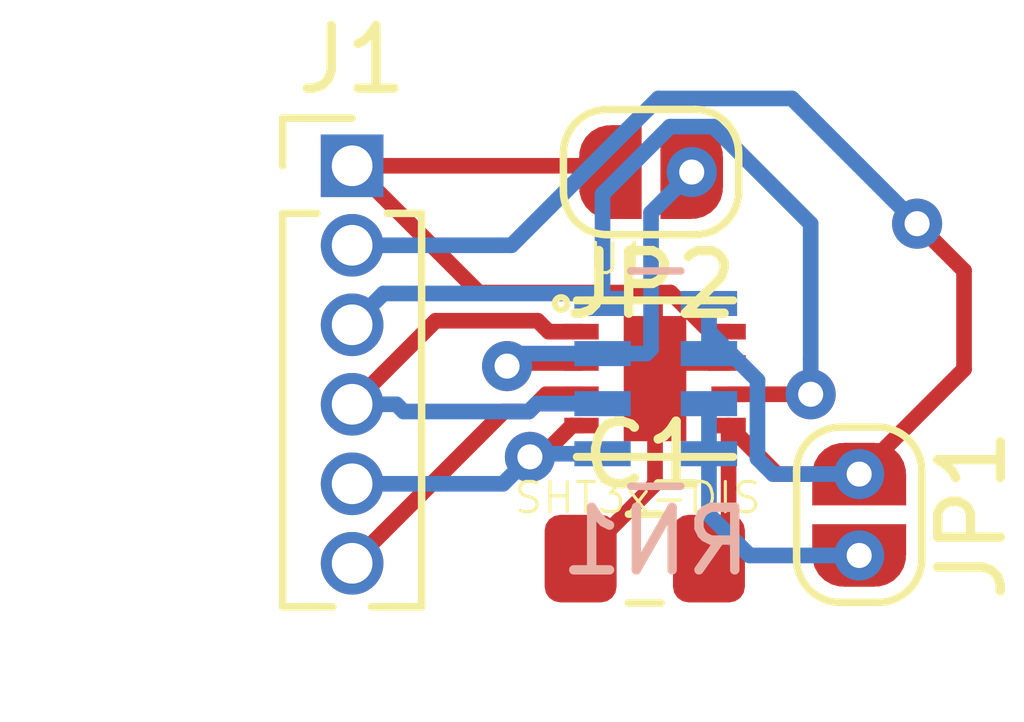
<source format=kicad_pcb>
(kicad_pcb (version 20171130) (host pcbnew 5.1.2-f72e74a~84~ubuntu18.04.1)

  (general
    (thickness 1.6)
    (drawings 0)
    (tracks 87)
    (zones 0)
    (modules 6)
    (nets 9)
  )

  (page User 215.9 139.7)
  (layers
    (0 F.Cu signal)
    (31 B.Cu signal)
    (32 B.Adhes user)
    (33 F.Adhes user)
    (34 B.Paste user)
    (35 F.Paste user)
    (36 B.SilkS user)
    (37 F.SilkS user)
    (38 B.Mask user)
    (39 F.Mask user)
    (40 Dwgs.User user)
    (41 Cmts.User user)
    (42 Eco1.User user)
    (43 Eco2.User user)
    (44 Edge.Cuts user)
    (45 Margin user)
    (46 B.CrtYd user)
    (47 F.CrtYd user)
    (48 B.Fab user)
    (49 F.Fab user)
  )

  (setup
    (last_trace_width 0.25)
    (trace_clearance 0.2)
    (zone_clearance 0.508)
    (zone_45_only no)
    (trace_min 0.2)
    (via_size 0.8)
    (via_drill 0.4)
    (via_min_size 0.4)
    (via_min_drill 0.3)
    (uvia_size 0.3)
    (uvia_drill 0.1)
    (uvias_allowed no)
    (uvia_min_size 0.2)
    (uvia_min_drill 0.1)
    (edge_width 0.05)
    (segment_width 0.2)
    (pcb_text_width 0.3)
    (pcb_text_size 1.5 1.5)
    (mod_edge_width 0.12)
    (mod_text_size 1 1)
    (mod_text_width 0.15)
    (pad_size 1.524 1.524)
    (pad_drill 0.762)
    (pad_to_mask_clearance 0.051)
    (solder_mask_min_width 0.25)
    (aux_axis_origin 0 0)
    (visible_elements FFFFFF7F)
    (pcbplotparams
      (layerselection 0x010fc_ffffffff)
      (usegerberextensions false)
      (usegerberattributes false)
      (usegerberadvancedattributes false)
      (creategerberjobfile false)
      (excludeedgelayer true)
      (linewidth 0.100000)
      (plotframeref false)
      (viasonmask false)
      (mode 1)
      (useauxorigin false)
      (hpglpennumber 1)
      (hpglpenspeed 20)
      (hpglpendiameter 15.000000)
      (psnegative false)
      (psa4output false)
      (plotreference true)
      (plotvalue true)
      (plotinvisibletext false)
      (padsonsilk false)
      (subtractmaskfromsilk false)
      (outputformat 1)
      (mirror false)
      (drillshape 1)
      (scaleselection 1)
      (outputdirectory ""))
  )

  (net 0 "")
  (net 1 +3V3)
  (net 2 GND)
  (net 3 /ALERT)
  (net 4 /NRST)
  (net 5 /SDA)
  (net 6 /SCL)
  (net 7 "Net-(JP1-Pad2)")
  (net 8 /ADDR)

  (net_class Default "This is the default net class."
    (clearance 0.2)
    (trace_width 0.25)
    (via_dia 0.8)
    (via_drill 0.4)
    (uvia_dia 0.3)
    (uvia_drill 0.1)
    (add_net +3V3)
    (add_net /ADDR)
    (add_net /ALERT)
    (add_net /NRST)
    (add_net /SCL)
    (add_net /SDA)
    (add_net GND)
    (add_net "Net-(JP1-Pad2)")
  )

  (net_class 300mA ""
    (clearance 0.2)
    (trace_width 0.3)
    (via_dia 0.8)
    (via_drill 0.4)
    (uvia_dia 0.3)
    (uvia_drill 0.1)
  )

  (net_class GND ""
    (clearance 0.2)
    (trace_width 0.3)
    (via_dia 0.8)
    (via_drill 0.4)
    (uvia_dia 0.3)
    (uvia_drill 0.1)
  )

  (module footprint-lib:SHT3x-DIS (layer F.Cu) (tedit 5CFA0B18) (tstamp 5CFA66E2)
    (at 29.3385 26)
    (path /5CFA0226)
    (attr smd)
    (fp_text reference U1 (at -0.583644 -1.91413) (layer F.SilkS)
      (effects (font (size 0.482349 0.482349) (thickness 0.05)))
    )
    (fp_text value SHT3x-DIS (at -0.27733 1.90426) (layer F.SilkS)
      (effects (font (size 0.482296 0.482296) (thickness 0.05)))
    )
    (fp_circle (center 0 0) (end 0.75 0) (layer Eco2.User) (width 0.127))
    (fp_line (start 1.75 -1.5) (end -1.75 -1.5) (layer Eco1.User) (width 0.127))
    (fp_line (start 1.75 1.5) (end 1.75 -1.5) (layer Eco1.User) (width 0.127))
    (fp_line (start -1.75 1.5) (end 1.75 1.5) (layer Eco1.User) (width 0.127))
    (fp_line (start -1.75 -1.5) (end -1.75 1.5) (layer Eco1.User) (width 0.127))
    (fp_circle (center -1.5 -1.2) (end -1.4 -1.2) (layer F.SilkS) (width 0.1))
    (fp_poly (pts (xy -0.451607 -0.8) (xy 0.45 -0.8) (xy 0.45 0.802858) (xy -0.451607 0.802858)) (layer F.Paste) (width 0))
    (fp_line (start -1.25 -1.25) (end -1.25 1.25) (layer Eco2.User) (width 0.127))
    (fp_line (start 1.25 -1.25) (end -1.25 -1.25) (layer F.SilkS) (width 0.127))
    (fp_line (start 1.25 1.25) (end 1.25 -1.25) (layer Eco2.User) (width 0.127))
    (fp_line (start -1.25 1.25) (end 1.25 1.25) (layer F.SilkS) (width 0.127))
    (pad PAD smd rect (at 0 0) (size 1 2) (layers F.Cu F.Paste F.Mask)
      (net 2 GND))
    (pad 5 smd rect (at 1.175 0.75) (size 0.55 0.25) (layers F.Cu F.Paste F.Mask)
      (net 1 +3V3))
    (pad 6 smd rect (at 1.175 0.25) (size 0.55 0.25) (layers F.Cu F.Paste F.Mask)
      (net 4 /NRST))
    (pad 7 smd rect (at 1.175 -0.25) (size 0.55 0.25) (layers F.Cu F.Paste F.Mask)
      (net 2 GND))
    (pad 8 smd rect (at 1.175 -0.75) (size 0.55 0.25) (layers F.Cu F.Paste F.Mask)
      (net 2 GND))
    (pad 4 smd rect (at -1.175 0.75) (size 0.55 0.25) (layers F.Cu F.Paste F.Mask)
      (net 6 /SCL))
    (pad 3 smd rect (at -1.175 0.25) (size 0.55 0.25) (layers F.Cu F.Paste F.Mask)
      (net 3 /ALERT))
    (pad 2 smd rect (at -1.175 -0.25) (size 0.55 0.25) (layers F.Cu F.Paste F.Mask)
      (net 8 /ADDR))
    (pad 1 smd rect (at -1.175 -0.75) (size 0.55 0.25) (layers F.Cu F.Paste F.Mask)
      (net 5 /SDA))
    (model /home/logic/_workspace/kicad/kicad_library/kicad-packages3d/Sensirion_Humidity_SHT3x_STEP-file.step
      (at (xyz 0 0 0))
      (scale (xyz 1 1 1))
      (rotate (xyz 0 0 0))
    )
  )

  (module Resistor_SMD:R_Array_Concave_4x0603 (layer B.Cu) (tedit 58E0A85E) (tstamp 5CFA66CA)
    (at 29.35 26)
    (descr "Thick Film Chip Resistor Array, Wave soldering, Vishay CRA06P (see cra06p.pdf)")
    (tags "resistor array")
    (path /5CFA1908)
    (attr smd)
    (fp_text reference RN1 (at 0 2.6) (layer B.SilkS)
      (effects (font (size 1 1) (thickness 0.15)) (justify mirror))
    )
    (fp_text value RN_472,0603 (at 0 -2.6) (layer B.Fab)
      (effects (font (size 1 1) (thickness 0.15)) (justify mirror))
    )
    (fp_line (start 1.55 -1.87) (end -1.55 -1.87) (layer B.CrtYd) (width 0.05))
    (fp_line (start 1.55 -1.87) (end 1.55 1.88) (layer B.CrtYd) (width 0.05))
    (fp_line (start -1.55 1.88) (end -1.55 -1.87) (layer B.CrtYd) (width 0.05))
    (fp_line (start -1.55 1.88) (end 1.55 1.88) (layer B.CrtYd) (width 0.05))
    (fp_line (start 0.4 1.72) (end -0.4 1.72) (layer B.SilkS) (width 0.12))
    (fp_line (start 0.4 -1.72) (end -0.4 -1.72) (layer B.SilkS) (width 0.12))
    (fp_line (start -0.8 -1.6) (end -0.8 1.6) (layer B.Fab) (width 0.1))
    (fp_line (start 0.8 -1.6) (end -0.8 -1.6) (layer B.Fab) (width 0.1))
    (fp_line (start 0.8 1.6) (end 0.8 -1.6) (layer B.Fab) (width 0.1))
    (fp_line (start -0.8 1.6) (end 0.8 1.6) (layer B.Fab) (width 0.1))
    (fp_text user %R (at 0 0 270) (layer B.Fab)
      (effects (font (size 0.5 0.5) (thickness 0.075)) (justify mirror))
    )
    (pad 5 smd rect (at 0.85 -1.2) (size 0.9 0.4) (layers B.Cu B.Paste B.Mask)
      (net 1 +3V3))
    (pad 6 smd rect (at 0.85 -0.4) (size 0.9 0.4) (layers B.Cu B.Paste B.Mask)
      (net 1 +3V3))
    (pad 7 smd rect (at 0.85 0.4) (size 0.9 0.4) (layers B.Cu B.Paste B.Mask)
      (net 7 "Net-(JP1-Pad2)"))
    (pad 8 smd rect (at 0.85 1.2) (size 0.9 0.4) (layers B.Cu B.Paste B.Mask)
      (net 7 "Net-(JP1-Pad2)"))
    (pad 4 smd rect (at -0.85 -1.2) (size 0.9 0.4) (layers B.Cu B.Paste B.Mask)
      (net 4 /NRST))
    (pad 1 smd rect (at -0.85 1.2) (size 0.9 0.4) (layers B.Cu B.Paste B.Mask)
      (net 6 /SCL))
    (pad 3 smd rect (at -0.85 -0.4) (size 0.9 0.4) (layers B.Cu B.Paste B.Mask)
      (net 8 /ADDR))
    (pad 2 smd rect (at -0.85 0.4) (size 0.9 0.4) (layers B.Cu B.Paste B.Mask)
      (net 5 /SDA))
    (model ${KISYS3DMOD}/Resistor_SMD.3dshapes/R_Array_Concave_4x0603.wrl
      (at (xyz 0 0 0))
      (scale (xyz 1 1 1))
      (rotate (xyz 0 0 0))
    )
  )

  (module Jumper:SolderJumper-2_P1.3mm_Open_RoundedPad1.0x1.5mm (layer F.Cu) (tedit 5B391E66) (tstamp 5CFA66B3)
    (at 29.275 22.7 180)
    (descr "SMD Solder Jumper, 1x1.5mm, rounded Pads, 0.3mm gap, open")
    (tags "solder jumper open")
    (path /5CFABF79)
    (attr virtual)
    (fp_text reference JP2 (at 0 -1.8) (layer F.SilkS)
      (effects (font (size 1 1) (thickness 0.15)))
    )
    (fp_text value J_ADDR (at 0 1.9) (layer F.Fab)
      (effects (font (size 1 1) (thickness 0.15)))
    )
    (fp_line (start 1.65 1.25) (end -1.65 1.25) (layer F.CrtYd) (width 0.05))
    (fp_line (start 1.65 1.25) (end 1.65 -1.25) (layer F.CrtYd) (width 0.05))
    (fp_line (start -1.65 -1.25) (end -1.65 1.25) (layer F.CrtYd) (width 0.05))
    (fp_line (start -1.65 -1.25) (end 1.65 -1.25) (layer F.CrtYd) (width 0.05))
    (fp_line (start -0.7 -1) (end 0.7 -1) (layer F.SilkS) (width 0.12))
    (fp_line (start 1.4 -0.3) (end 1.4 0.3) (layer F.SilkS) (width 0.12))
    (fp_line (start 0.7 1) (end -0.7 1) (layer F.SilkS) (width 0.12))
    (fp_line (start -1.4 0.3) (end -1.4 -0.3) (layer F.SilkS) (width 0.12))
    (fp_arc (start -0.7 -0.3) (end -0.7 -1) (angle -90) (layer F.SilkS) (width 0.12))
    (fp_arc (start -0.7 0.3) (end -1.4 0.3) (angle -90) (layer F.SilkS) (width 0.12))
    (fp_arc (start 0.7 0.3) (end 0.7 1) (angle -90) (layer F.SilkS) (width 0.12))
    (fp_arc (start 0.7 -0.3) (end 1.4 -0.3) (angle -90) (layer F.SilkS) (width 0.12))
    (pad 2 smd custom (at 0.65 0 180) (size 1 0.5) (layers F.Cu F.Mask)
      (net 2 GND) (zone_connect 2)
      (options (clearance outline) (anchor rect))
      (primitives
        (gr_circle (center 0 0.25) (end 0.5 0.25) (width 0))
        (gr_circle (center 0 -0.25) (end 0.5 -0.25) (width 0))
        (gr_poly (pts
           (xy 0 -0.75) (xy -0.5 -0.75) (xy -0.5 0.75) (xy 0 0.75)) (width 0))
      ))
    (pad 1 smd custom (at -0.65 0 180) (size 1 0.5) (layers F.Cu F.Mask)
      (net 8 /ADDR) (zone_connect 2)
      (options (clearance outline) (anchor rect))
      (primitives
        (gr_circle (center 0 0.25) (end 0.5 0.25) (width 0))
        (gr_circle (center 0 -0.25) (end 0.5 -0.25) (width 0))
        (gr_poly (pts
           (xy 0 -0.75) (xy 0.5 -0.75) (xy 0.5 0.75) (xy 0 0.75)) (width 0))
      ))
  )

  (module Jumper:SolderJumper-2_P1.3mm_Open_RoundedPad1.0x1.5mm (layer F.Cu) (tedit 5B391E66) (tstamp 5D0CF35C)
    (at 32.6 28.175 270)
    (descr "SMD Solder Jumper, 1x1.5mm, rounded Pads, 0.3mm gap, open")
    (tags "solder jumper open")
    (path /5CFA372A)
    (attr virtual)
    (fp_text reference JP1 (at 0 -1.8 90) (layer F.SilkS)
      (effects (font (size 1 1) (thickness 0.15)))
    )
    (fp_text value SCL_SDA (at 0 1.9 90) (layer F.Fab)
      (effects (font (size 1 1) (thickness 0.15)))
    )
    (fp_line (start 1.65 1.25) (end -1.65 1.25) (layer F.CrtYd) (width 0.05))
    (fp_line (start 1.65 1.25) (end 1.65 -1.25) (layer F.CrtYd) (width 0.05))
    (fp_line (start -1.65 -1.25) (end -1.65 1.25) (layer F.CrtYd) (width 0.05))
    (fp_line (start -1.65 -1.25) (end 1.65 -1.25) (layer F.CrtYd) (width 0.05))
    (fp_line (start -0.7 -1) (end 0.7 -1) (layer F.SilkS) (width 0.12))
    (fp_line (start 1.4 -0.3) (end 1.4 0.3) (layer F.SilkS) (width 0.12))
    (fp_line (start 0.7 1) (end -0.7 1) (layer F.SilkS) (width 0.12))
    (fp_line (start -1.4 0.3) (end -1.4 -0.3) (layer F.SilkS) (width 0.12))
    (fp_arc (start -0.7 -0.3) (end -0.7 -1) (angle -90) (layer F.SilkS) (width 0.12))
    (fp_arc (start -0.7 0.3) (end -1.4 0.3) (angle -90) (layer F.SilkS) (width 0.12))
    (fp_arc (start 0.7 0.3) (end 0.7 1) (angle -90) (layer F.SilkS) (width 0.12))
    (fp_arc (start 0.7 -0.3) (end 1.4 -0.3) (angle -90) (layer F.SilkS) (width 0.12))
    (pad 2 smd custom (at 0.65 0 270) (size 1 0.5) (layers F.Cu F.Mask)
      (net 7 "Net-(JP1-Pad2)") (zone_connect 2)
      (options (clearance outline) (anchor rect))
      (primitives
        (gr_circle (center 0 0.25) (end 0.5 0.25) (width 0))
        (gr_circle (center 0 -0.25) (end 0.5 -0.25) (width 0))
        (gr_poly (pts
           (xy 0 -0.75) (xy -0.5 -0.75) (xy -0.5 0.75) (xy 0 0.75)) (width 0))
      ))
    (pad 1 smd custom (at -0.65 0 270) (size 1 0.5) (layers F.Cu F.Mask)
      (net 1 +3V3) (zone_connect 2)
      (options (clearance outline) (anchor rect))
      (primitives
        (gr_circle (center 0 0.25) (end 0.5 0.25) (width 0))
        (gr_circle (center 0 -0.25) (end 0.5 -0.25) (width 0))
        (gr_poly (pts
           (xy 0 -0.75) (xy 0.5 -0.75) (xy 0.5 0.75) (xy 0 0.75)) (width 0))
      ))
  )

  (module Connector_PinHeader_1.27mm:PinHeader_1x06_P1.27mm_Vertical (layer F.Cu) (tedit 59FED6E3) (tstamp 5CFA668F)
    (at 24.5 22.6)
    (descr "Through hole straight pin header, 1x06, 1.27mm pitch, single row")
    (tags "Through hole pin header THT 1x06 1.27mm single row")
    (path /5CFBB0DE)
    (fp_text reference J1 (at 0 -1.695) (layer F.SilkS)
      (effects (font (size 1 1) (thickness 0.15)))
    )
    (fp_text value SHT3x_HEADER (at 0 8.045) (layer F.Fab)
      (effects (font (size 1 1) (thickness 0.15)))
    )
    (fp_text user %R (at 0 3.175 90) (layer F.Fab)
      (effects (font (size 1 1) (thickness 0.15)))
    )
    (fp_line (start 1.55 -1.15) (end -1.55 -1.15) (layer F.CrtYd) (width 0.05))
    (fp_line (start 1.55 7.5) (end 1.55 -1.15) (layer F.CrtYd) (width 0.05))
    (fp_line (start -1.55 7.5) (end 1.55 7.5) (layer F.CrtYd) (width 0.05))
    (fp_line (start -1.55 -1.15) (end -1.55 7.5) (layer F.CrtYd) (width 0.05))
    (fp_line (start -1.11 -0.76) (end 0 -0.76) (layer F.SilkS) (width 0.12))
    (fp_line (start -1.11 0) (end -1.11 -0.76) (layer F.SilkS) (width 0.12))
    (fp_line (start 0.563471 0.76) (end 1.11 0.76) (layer F.SilkS) (width 0.12))
    (fp_line (start -1.11 0.76) (end -0.563471 0.76) (layer F.SilkS) (width 0.12))
    (fp_line (start 1.11 0.76) (end 1.11 7.045) (layer F.SilkS) (width 0.12))
    (fp_line (start -1.11 0.76) (end -1.11 7.045) (layer F.SilkS) (width 0.12))
    (fp_line (start 0.30753 7.045) (end 1.11 7.045) (layer F.SilkS) (width 0.12))
    (fp_line (start -1.11 7.045) (end -0.30753 7.045) (layer F.SilkS) (width 0.12))
    (fp_line (start -1.05 -0.11) (end -0.525 -0.635) (layer F.Fab) (width 0.1))
    (fp_line (start -1.05 6.985) (end -1.05 -0.11) (layer F.Fab) (width 0.1))
    (fp_line (start 1.05 6.985) (end -1.05 6.985) (layer F.Fab) (width 0.1))
    (fp_line (start 1.05 -0.635) (end 1.05 6.985) (layer F.Fab) (width 0.1))
    (fp_line (start -0.525 -0.635) (end 1.05 -0.635) (layer F.Fab) (width 0.1))
    (pad 6 thru_hole oval (at 0 6.35) (size 1 1) (drill 0.65) (layers *.Cu *.Mask)
      (net 3 /ALERT))
    (pad 5 thru_hole oval (at 0 5.08) (size 1 1) (drill 0.65) (layers *.Cu *.Mask)
      (net 6 /SCL))
    (pad 4 thru_hole oval (at 0 3.81) (size 1 1) (drill 0.65) (layers *.Cu *.Mask)
      (net 5 /SDA))
    (pad 3 thru_hole oval (at 0 2.54) (size 1 1) (drill 0.65) (layers *.Cu *.Mask)
      (net 4 /NRST))
    (pad 2 thru_hole oval (at 0 1.27) (size 1 1) (drill 0.65) (layers *.Cu *.Mask)
      (net 1 +3V3))
    (pad 1 thru_hole rect (at 0 0) (size 1 1) (drill 0.65) (layers *.Cu *.Mask)
      (net 2 GND))
    (model ${KISYS3DMOD}/Connector_PinHeader_1.27mm.3dshapes/PinHeader_1x06_P1.27mm_Vertical.wrl
      (at (xyz 0 0 0))
      (scale (xyz 1 1 1))
      (rotate (xyz 0 0 0))
    )
  )

  (module Capacitor_SMD:C_0805_2012Metric_Pad1.15x1.40mm_HandSolder (layer F.Cu) (tedit 5B36C52B) (tstamp 5CFA6673)
    (at 29.175 28.875)
    (descr "Capacitor SMD 0805 (2012 Metric), square (rectangular) end terminal, IPC_7351 nominal with elongated pad for handsoldering. (Body size source: https://docs.google.com/spreadsheets/d/1BsfQQcO9C6DZCsRaXUlFlo91Tg2WpOkGARC1WS5S8t0/edit?usp=sharing), generated with kicad-footprint-generator")
    (tags "capacitor handsolder")
    (path /5CFA71B1)
    (attr smd)
    (fp_text reference C1 (at 0 -1.65) (layer F.SilkS)
      (effects (font (size 1 1) (thickness 0.15)))
    )
    (fp_text value C104,0805 (at 0 1.65) (layer F.Fab)
      (effects (font (size 1 1) (thickness 0.15)))
    )
    (fp_text user %R (at 0 0) (layer F.Fab)
      (effects (font (size 0.5 0.5) (thickness 0.08)))
    )
    (fp_line (start 1.85 0.95) (end -1.85 0.95) (layer F.CrtYd) (width 0.05))
    (fp_line (start 1.85 -0.95) (end 1.85 0.95) (layer F.CrtYd) (width 0.05))
    (fp_line (start -1.85 -0.95) (end 1.85 -0.95) (layer F.CrtYd) (width 0.05))
    (fp_line (start -1.85 0.95) (end -1.85 -0.95) (layer F.CrtYd) (width 0.05))
    (fp_line (start -0.261252 0.71) (end 0.261252 0.71) (layer F.SilkS) (width 0.12))
    (fp_line (start -0.261252 -0.71) (end 0.261252 -0.71) (layer F.SilkS) (width 0.12))
    (fp_line (start 1 0.6) (end -1 0.6) (layer F.Fab) (width 0.1))
    (fp_line (start 1 -0.6) (end 1 0.6) (layer F.Fab) (width 0.1))
    (fp_line (start -1 -0.6) (end 1 -0.6) (layer F.Fab) (width 0.1))
    (fp_line (start -1 0.6) (end -1 -0.6) (layer F.Fab) (width 0.1))
    (pad 2 smd roundrect (at 1.025 0) (size 1.15 1.4) (layers F.Cu F.Paste F.Mask) (roundrect_rratio 0.217391)
      (net 1 +3V3))
    (pad 1 smd roundrect (at -1.025 0) (size 1.15 1.4) (layers F.Cu F.Paste F.Mask) (roundrect_rratio 0.217391)
      (net 2 GND))
    (model ${KISYS3DMOD}/Capacitor_SMD.3dshapes/C_0805_2012Metric.wrl
      (at (xyz 0 0 0))
      (scale (xyz 1 1 1))
      (rotate (xyz 0 0 0))
    )
  )

  (segment (start 30.2 25.6) (end 30.2 24.8) (width 0.25) (layer B.Cu) (net 1))
  (via (at 32.600012 27.525) (size 0.8) (drill 0.4) (layers F.Cu B.Cu) (net 1))
  (segment (start 31.225 27.525) (end 32.600012 27.525) (width 0.25) (layer B.Cu) (net 1))
  (segment (start 30.975001 27.275001) (end 31.225 27.525) (width 0.25) (layer B.Cu) (net 1))
  (segment (start 30.975001 26.025001) (end 30.975001 27.275001) (width 0.25) (layer B.Cu) (net 1))
  (segment (start 30.2 24.8) (end 30.2 25.25) (width 0.25) (layer B.Cu) (net 1))
  (segment (start 30.2 25.25) (end 30.975001 26.025001) (width 0.25) (layer B.Cu) (net 1))
  (segment (start 31.2885 27.525) (end 32.600012 27.525) (width 0.25) (layer F.Cu) (net 1))
  (segment (start 30.5135 26.75) (end 31.2885 27.525) (width 0.25) (layer F.Cu) (net 1))
  (segment (start 30.5135 28.5615) (end 30.2 28.875) (width 0.25) (layer F.Cu) (net 1))
  (segment (start 30.5135 26.75) (end 30.5135 28.5615) (width 0.25) (layer F.Cu) (net 1))
  (segment (start 34.274999 25.850013) (end 34.274999 24.274999) (width 0.25) (layer F.Cu) (net 1))
  (via (at 33.525 23.525) (size 0.8) (drill 0.4) (layers F.Cu B.Cu) (net 1))
  (segment (start 32.600012 27.525) (end 34.274999 25.850013) (width 0.25) (layer F.Cu) (net 1))
  (segment (start 33.924999 23.924999) (end 33.525 23.525) (width 0.25) (layer F.Cu) (net 1))
  (segment (start 34.274999 24.274999) (end 33.924999 23.924999) (width 0.25) (layer F.Cu) (net 1))
  (segment (start 29.390598 21.524987) (end 31.524987 21.524987) (width 0.25) (layer B.Cu) (net 1))
  (segment (start 24.5 23.87) (end 27.045585 23.87) (width 0.25) (layer B.Cu) (net 1))
  (segment (start 27.045585 23.87) (end 29.390598 21.524987) (width 0.25) (layer B.Cu) (net 1))
  (segment (start 33.125001 23.125001) (end 33.525 23.525) (width 0.25) (layer B.Cu) (net 1))
  (segment (start 31.524987 21.524987) (end 33.125001 23.125001) (width 0.25) (layer B.Cu) (net 1))
  (segment (start 30.2134 25.75) (end 29.5885 25.75) (width 0.25) (layer F.Cu) (net 2) (status 20))
  (segment (start 30.5135 25.75) (end 30.2134 25.75) (width 0.25) (layer F.Cu) (net 2) (status 10))
  (segment (start 30.5135 25.25) (end 30.2134 25.25) (width 0.25) (layer F.Cu) (net 2) (status 10))
  (segment (start 30.2134 25.25) (end 30.2134 25.75) (width 0.25) (layer F.Cu) (net 2))
  (segment (start 29.5885 25.75) (end 29.3385 26) (width 0.25) (layer F.Cu) (net 2) (status 30))
  (segment (start 29.3385 27.6865) (end 28.15 28.875) (width 0.25) (layer F.Cu) (net 2))
  (segment (start 29.3385 26) (end 29.3385 27.6865) (width 0.25) (layer F.Cu) (net 2))
  (segment (start 26.52499 24.62499) (end 24.5 22.6) (width 0.25) (layer F.Cu) (net 2))
  (segment (start 30.2134 25.25) (end 29.58839 24.62499) (width 0.25) (layer F.Cu) (net 2))
  (segment (start 28.525 22.6) (end 28.625 22.7) (width 0.25) (layer F.Cu) (net 2))
  (segment (start 24.5 22.6) (end 28.525 22.6) (width 0.25) (layer F.Cu) (net 2))
  (segment (start 29.29999 24.71149) (end 29.29999 24.62499) (width 0.25) (layer F.Cu) (net 2))
  (segment (start 29.3385 24.75) (end 29.29999 24.71149) (width 0.25) (layer F.Cu) (net 2))
  (segment (start 29.58839 24.62499) (end 29.29999 24.62499) (width 0.25) (layer F.Cu) (net 2))
  (segment (start 29.3385 26) (end 29.3385 24.75) (width 0.25) (layer F.Cu) (net 2))
  (segment (start 29.29999 24.62499) (end 26.52499 24.62499) (width 0.25) (layer F.Cu) (net 2))
  (segment (start 27.598016 26.25) (end 27.323005 26.525011) (width 0.25) (layer F.Cu) (net 3))
  (segment (start 26.924989 26.525011) (end 24.999999 28.450001) (width 0.25) (layer F.Cu) (net 3))
  (segment (start 27.323005 26.525011) (end 26.924989 26.525011) (width 0.25) (layer F.Cu) (net 3))
  (segment (start 28.1635 26.25) (end 27.598016 26.25) (width 0.25) (layer F.Cu) (net 3))
  (segment (start 24.999999 28.450001) (end 24.5 28.95) (width 0.25) (layer F.Cu) (net 3))
  (segment (start 24.5 25.14) (end 24.999999 24.640001) (width 0.25) (layer B.Cu) (net 4))
  (segment (start 28.340001 24.640001) (end 28.5 24.8) (width 0.25) (layer B.Cu) (net 4))
  (segment (start 24.999999 24.640001) (end 28.340001 24.640001) (width 0.25) (layer B.Cu) (net 4))
  (via (at 31.825002 26.25) (size 0.8) (drill 0.4) (layers F.Cu B.Cu) (net 4))
  (segment (start 30.5135 26.25) (end 31.825002 26.25) (width 0.25) (layer F.Cu) (net 4))
  (segment (start 28.5 24.8) (end 28.5 23.051996) (width 0.25) (layer B.Cu) (net 4))
  (segment (start 28.5 23.051996) (end 29.576998 21.974998) (width 0.25) (layer B.Cu) (net 4))
  (segment (start 29.576998 21.974998) (end 30.273002 21.974998) (width 0.25) (layer B.Cu) (net 4))
  (segment (start 31.825002 23.526998) (end 31.825002 25.684315) (width 0.25) (layer B.Cu) (net 4))
  (segment (start 31.825002 25.684315) (end 31.825002 26.25) (width 0.25) (layer B.Cu) (net 4))
  (segment (start 30.273002 21.974998) (end 31.825002 23.526998) (width 0.25) (layer B.Cu) (net 4))
  (segment (start 25.835 25.075) (end 24.999999 25.910001) (width 0.25) (layer F.Cu) (net 5))
  (segment (start 27.4635 25.075) (end 25.835 25.075) (width 0.25) (layer F.Cu) (net 5))
  (segment (start 28.1635 25.25) (end 27.6385 25.25) (width 0.25) (layer F.Cu) (net 5))
  (segment (start 28.5 26.4) (end 27.448018 26.4) (width 0.25) (layer B.Cu) (net 5))
  (segment (start 27.448018 26.4) (end 27.323006 26.525012) (width 0.25) (layer B.Cu) (net 5))
  (segment (start 24.999999 25.910001) (end 24.5 26.41) (width 0.25) (layer F.Cu) (net 5))
  (segment (start 27.6385 25.25) (end 27.4635 25.075) (width 0.25) (layer F.Cu) (net 5))
  (segment (start 25.207106 26.41) (end 24.5 26.41) (width 0.25) (layer B.Cu) (net 5))
  (segment (start 27.323006 26.525012) (end 25.322118 26.525012) (width 0.25) (layer B.Cu) (net 5))
  (segment (start 25.322118 26.525012) (end 25.207106 26.41) (width 0.25) (layer B.Cu) (net 5))
  (via (at 27.339991 27.249822) (size 0.8) (drill 0.4) (layers F.Cu B.Cu) (net 6))
  (segment (start 28.0135 26.75) (end 27.513678 27.249822) (width 0.25) (layer F.Cu) (net 6))
  (segment (start 28.5 27.2) (end 27.389813 27.2) (width 0.25) (layer B.Cu) (net 6))
  (segment (start 27.513678 27.249822) (end 27.339991 27.249822) (width 0.25) (layer F.Cu) (net 6))
  (segment (start 26.909813 27.68) (end 26.939992 27.649821) (width 0.25) (layer B.Cu) (net 6))
  (segment (start 28.1635 26.75) (end 28.0135 26.75) (width 0.25) (layer F.Cu) (net 6))
  (segment (start 26.939992 27.649821) (end 27.339991 27.249822) (width 0.25) (layer B.Cu) (net 6))
  (segment (start 27.389813 27.2) (end 27.339991 27.249822) (width 0.25) (layer B.Cu) (net 6))
  (segment (start 24.5 27.68) (end 26.909813 27.68) (width 0.25) (layer B.Cu) (net 6))
  (segment (start 30.2 27.2) (end 30.2 26.4) (width 0.25) (layer B.Cu) (net 7) (status 30))
  (via (at 32.600008 28.825) (size 0.8) (drill 0.4) (layers F.Cu B.Cu) (net 7))
  (segment (start 30.2 27.2) (end 30.2 28.175) (width 0.25) (layer B.Cu) (net 7))
  (segment (start 30.85 28.825) (end 32.600008 28.825) (width 0.25) (layer B.Cu) (net 7))
  (segment (start 30.2 28.175) (end 30.85 28.825) (width 0.25) (layer B.Cu) (net 7))
  (segment (start 27.175014 25.6) (end 26.975004 25.80001) (width 0.25) (layer B.Cu) (net 8))
  (via (at 26.975004 25.80001) (size 0.8) (drill 0.4) (layers F.Cu B.Cu) (net 8))
  (segment (start 28.1635 25.75) (end 27.025014 25.75) (width 0.25) (layer F.Cu) (net 8))
  (segment (start 28.5 25.6) (end 27.175014 25.6) (width 0.25) (layer B.Cu) (net 8))
  (segment (start 27.025014 25.75) (end 26.975004 25.80001) (width 0.25) (layer F.Cu) (net 8))
  (segment (start 29.275001 23.349999) (end 29.925 22.7) (width 0.25) (layer B.Cu) (net 8))
  (segment (start 29.2 25.6) (end 29.275001 25.524999) (width 0.25) (layer B.Cu) (net 8))
  (segment (start 28.5 25.6) (end 29.2 25.6) (width 0.25) (layer B.Cu) (net 8))
  (via (at 29.925 22.7) (size 0.8) (drill 0.4) (layers F.Cu B.Cu) (net 8))
  (segment (start 29.275001 25.524999) (end 29.275001 23.349999) (width 0.25) (layer B.Cu) (net 8))

)

</source>
